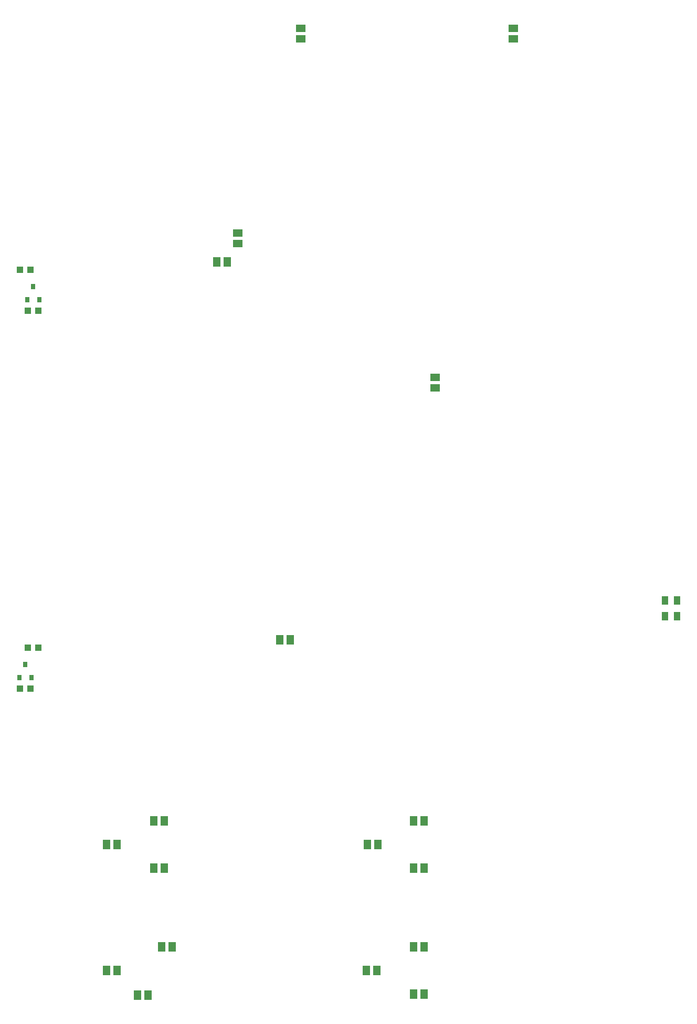
<source format=gtp>
G75*
%MOIN*%
%OFA0B0*%
%FSLAX25Y25*%
%IPPOS*%
%LPD*%
%AMOC8*
5,1,8,0,0,1.08239X$1,22.5*
%
%ADD10R,0.05906X0.05118*%
%ADD11R,0.05118X0.05906*%
%ADD12R,0.03150X0.03543*%
%ADD13R,0.04331X0.05512*%
%ADD14R,0.04331X0.03937*%
D10*
X0561915Y0621914D03*
X0561915Y0628607D03*
X0436800Y0713454D03*
X0436800Y0720146D03*
X0476800Y0843454D03*
X0476800Y0850146D03*
X0611800Y0850146D03*
X0611800Y0843454D03*
D11*
X0353454Y0251800D03*
X0360146Y0251800D03*
X0373138Y0236295D03*
X0379831Y0236295D03*
X0388454Y0266800D03*
X0395146Y0266800D03*
X0390146Y0316800D03*
X0383454Y0316800D03*
X0360146Y0331800D03*
X0353454Y0331800D03*
X0383454Y0346800D03*
X0390146Y0346800D03*
X0463454Y0461800D03*
X0470146Y0461800D03*
X0548454Y0346800D03*
X0555146Y0346800D03*
X0555146Y0316800D03*
X0548454Y0316800D03*
X0525713Y0331706D03*
X0519020Y0331706D03*
X0548454Y0266800D03*
X0555146Y0266800D03*
X0555146Y0236800D03*
X0548454Y0236800D03*
X0525146Y0251800D03*
X0518454Y0251800D03*
X0430146Y0701800D03*
X0423454Y0701800D03*
D12*
X0310540Y0677863D03*
X0303060Y0677863D03*
X0306800Y0686131D03*
X0301800Y0446131D03*
X0298060Y0437863D03*
X0305540Y0437863D03*
D13*
X0707863Y0476800D03*
X0715737Y0476800D03*
X0715737Y0486800D03*
X0707863Y0486800D03*
D14*
X0310146Y0456800D03*
X0303454Y0456800D03*
X0305068Y0430934D03*
X0298375Y0430934D03*
X0303375Y0670855D03*
X0310068Y0670855D03*
X0305146Y0696800D03*
X0298454Y0696800D03*
M02*

</source>
